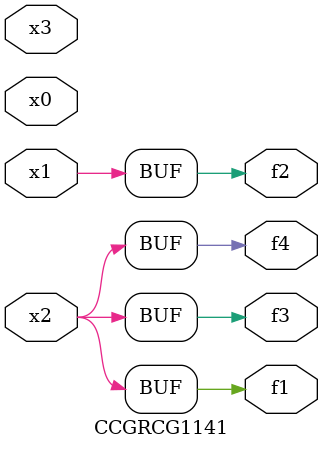
<source format=v>
module CCGRCG1141(
	input x0, x1, x2, x3,
	output f1, f2, f3, f4
);
	assign f1 = x2;
	assign f2 = x1;
	assign f3 = x2;
	assign f4 = x2;
endmodule

</source>
